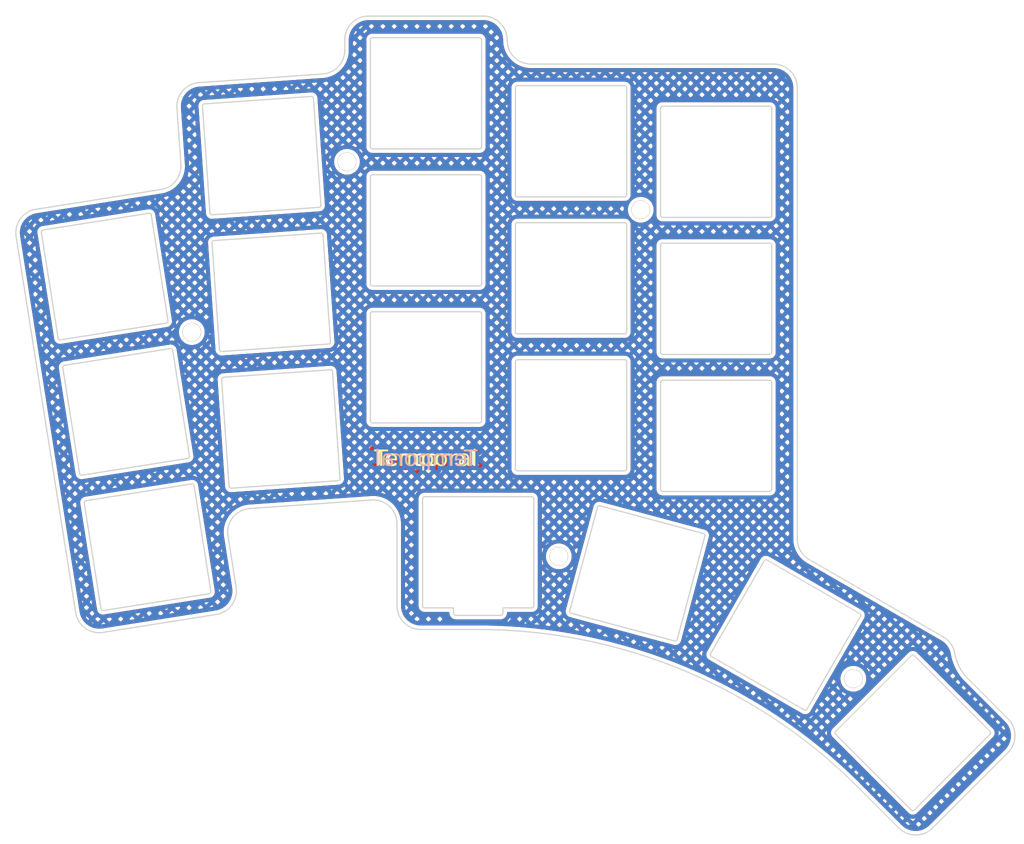
<source format=kicad_pcb>
(kicad_pcb (version 20241229) (generator "pcbnew") (generator_version "9.0")
  (title_block (title "top_plate_40") (date "2025-12-25") (rev "1") (company "Curtis Bollinger"))
  (layers (0 "F.Cu" signal) (2 "B.Cu" signal) (13 "F.Paste" user) (15 "B.Paste" user) (5 "F.SilkS" user "F.Silkscreen") (7 "B.SilkS" user "B.Silkscreen") (1 "F.Mask" user) (3 "B.Mask" user) (25 "Edge.Cuts" user))
  (net 0 "")
  (net 1 "GND")
  (footprint "ceoloide:mounting_hole_npth" (layer "F.Cu") (at 91.139872 40.635966)
    (property "Reference" "MH1" (hide yes))
    (property "Value" "")
    (pad "" np_thru_hole circle (at 0 0) (size 2.2 2.2) (drill 2.2) (layers "*.Cu" "*.Mask"))
  )
  (footprint "ceoloide:mounting_hole_npth" (layer "F.Cu") (at 71.888239 61.765191 9)
    (property "Reference" "MH5" (hide yes))
    (property "Value" "")
    (pad "" np_thru_hole circle (at 0 0 9) (size 2.2 2.2) (drill 2.2) (layers "*.Cu" "*.Mask"))
  )
  (footprint "ceoloide:mounting_hole_npth" (layer "F.Cu") (at 127.589872 46.585966)
    (property "Reference" "MH2" (hide yes))
    (property "Value" "")
    (pad "" np_thru_hole circle (at 0 0) (size 2.2 2.2) (drill 2.2) (layers "*.Cu" "*.Mask"))
  )
  (footprint "ceoloide:mounting_hole_npth" (layer "F.Cu") (at 153.966131 104.777683 -30)
    (property "Reference" "MH3" (hide yes))
    (property "Value" "")
    (pad "" np_thru_hole circle (at 0 0 330) (size 2.2 2.2) (drill 2.2) (layers "*.Cu" "*.Mask"))
  )
  (footprint "ceoloide:mounting_hole_npth" (layer "F.Cu") (at 117.419872 89.585966)
    (property "Reference" "MH4" (hide yes))
    (property "Value" "")
    (pad "" np_thru_hole circle (at 0 0) (size 2.2 2.2) (drill 2.2) (layers "*.Cu" "*.Mask"))
  )
  (gr_arc (start 53.221399 49.382881) (mid 53.26608 49.196849) (end 53.429212 49.096851) (stroke (width 0.15)) (layer "Edge.Cuts"))
  (gr_line (start 168.032417 104.617381) (end 173.157748 109.752029) (stroke (width 0.15)) (layer "Edge.Cuts"))
  (gr_circle (center 91.139872 40.635966) (end 92.239872 40.635966) (stroke (width 0.15)) (fill no) (layer "Edge.Cuts"))
  (gr_arc (start 125.589872 65.185966) (mid 125.766679 65.259177) (end 125.839872 65.435966) (stroke (width 0.15)) (layer "Edge.Cuts"))
  (gr_line (start 74.396702 50.674861) (end 75.324463 63.942463) (stroke (width 0.15)) (layer "Edge.Cuts"))
  (gr_line (start 143.589872 67.735966) (end 130.289872 67.735966) (stroke (width 0.15)) (layer "Edge.Cuts"))
  (gr_arc (start 89.082116 66.438859) (mid 89.263614 66.499552) (end 89.348946 66.670811) (stroke (width 0.15)) (layer "Edge.Cuts"))
  (gr_arc (start 100.294372 98.661466) (mid 98.208437 97.797419) (end 97.344372 95.711466) (stroke (width 0.15)) (layer "Edge.Cuts"))
  (gr_arc (start 87.904987 46.021235) (mid 87.844284 46.202704) (end 87.673035 46.288065) (stroke (width 0.15)) (layer "Edge.Cuts"))
  (gr_arc (start 113.965372 28.510466) (mid 111.879437 27.646419) (end 111.015372 25.560466) (stroke (width 0.15)) (layer "Edge.Cuts"))
  (gr_line (start 143.839872 47.285966) (end 143.839872 33.985966) (stroke (width 0.15)) (layer "Edge.Cuts"))
  (gr_arc (start 74.396702 50.674861) (mid 74.457406 50.493391) (end 74.628654 50.408031) (stroke (width 0.15)) (layer "Edge.Cuts"))
  (gr_arc (start 143.589872 67.735966) (mid 143.766679 67.809177) (end 143.839872 67.985966) (stroke (width 0.15)) (layer "Edge.Cuts"))
  (gr_arc (start 125.839872 78.735966) (mid 125.766659 78.912755) (end 125.589872 78.985966) (stroke (width 0.15)) (layer "Edge.Cuts"))
  (gr_arc (start 50.088827 49.903838) (mid 50.615928 47.708419) (end 52.541026 46.528675) (stroke (width 0.15)) (layer "Edge.Cuts"))
  (gr_line (start 112.289872 61.985966) (end 125.589872 61.985966) (stroke (width 0.15)) (layer "Edge.Cuts"))
  (gr_line (start 97.344372 85.540325) (end 97.344372 95.711466) (stroke (width 0.15)) (layer "Edge.Cuts"))
  (gr_arc (start 70.044786 33.962225) (mid 70.761189 31.821041) (end 72.781819 30.813629) (stroke (width 0.15)) (layer "Edge.Cuts"))
  (gr_arc (start 142.905301 90.135601) (mid 143.057102 90.019124) (end 143.246808 90.044095) (stroke (width 0.15)) (layer "Edge.Cuts"))
  (gr_arc (start 94.039872 25.485966) (mid 94.113106 25.309201) (end 94.289872 25.235966) (stroke (width 0.15)) (layer "Edge.Cuts"))
  (gr_arc (start 90.864372 26.798254) (mid 90.07188 28.810168) (end 88.120154 29.741068) (stroke (width 0.15)) (layer "Edge.Cuts"))
  (gr_arc (start 112.039872 65.435966) (mid 112.113106 65.259201) (end 112.289872 65.185966) (stroke (width 0.15)) (layer "Edge.Cuts"))
  (gr_arc (start 143.839872 47.285966) (mid 143.766659 47.462755) (end 143.589872 47.535966) (stroke (width 0.15)) (layer "Edge.Cuts"))
  (gr_arc (start 94.039872 59.485966) (mid 94.113106 59.309201) (end 94.289872 59.235966) (stroke (width 0.15)) (layer "Edge.Cuts"))
  (gr_arc (start 71.884239 80.597676) (mid 72.070264 80.642366) (end 72.17027 80.805489) (stroke (width 0.15)) (layer "Edge.Cuts"))
  (gr_line (start 104.669872 96.910966) (end 110.169872 96.910966) (stroke (width 0.15)) (layer "Edge.Cuts"))
  (gr_line (start 73.210842 33.716272) (end 74.138603 46.983874) (stroke (width 0.15)) (layer "Edge.Cuts"))
  (gr_arc (start 114.069872 82.185966) (mid 114.246679 82.259177) (end 114.319872 82.435966) (stroke (width 0.15)) (layer "Edge.Cuts"))
  (gr_line (start 58.540171 82.964285) (end 60.620749 96.10054) (stroke (width 0.15)) (layer "Edge.Cuts"))
  (gr_line (start 60.855675 99.025298) (end 74.931221 96.795951) (stroke (width 0.15)) (layer "Edge.Cuts"))
  (gr_line (start 143.839872 81.285966) (end 143.839872 67.985966) (stroke (width 0.15)) (layer "Edge.Cuts"))
  (gr_line (start 123.688441 100.687205) (end 125.562726 101.189418) (stroke (width 0.15)) (layer "Edge.Cuts"))
  (gr_arc (start 94.289872 56.035966) (mid 94.113125 55.962731) (end 94.039872 55.785966) (stroke (width 0.15)) (layer "Edge.Cuts"))
  (gr_arc (start 161.521347 121.065736) (mid 161.344571 121.138959) (end 161.167794 121.065736) (stroke (width 0.15)) (layer "Edge.Cuts"))
  (gr_line (start 100.294372 98.661466) (end 107.384887 98.661466) (stroke (width 0.15)) (layer "Edge.Cuts"))
  (gr_arc (start 154.764946 96.694095) (mid 154.881405 96.845899) (end 154.856452 97.035601) (stroke (width 0.15)) (layer "Edge.Cuts"))
  (gr_arc (start 112.039872 48.435966) (mid 112.113106 48.259201) (end 112.289872 48.185966) (stroke (width 0.15)) (layer "Edge.Cuts"))
  (gr_arc (start 148.490372 89.982067) (mid 147.41061 88.902288) (end 147.015372 87.427292) (stroke (width 0.15)) (layer "Edge.Cuts"))
  (gr_line (start 52.541026 46.528675) (end 68.05226 44.071937) (stroke (width 0.15)) (layer "Edge.Cuts"))
  (gr_line (start 125.839872 44.735966) (end 125.839872 31.435966) (stroke (width 0.15)) (layer "Edge.Cuts"))
  (gr_arc (start 74.250848 93.941744) (mid 74.206203 94.127835) (end 74.043035 94.227775) (stroke (width 0.15)) (layer "Edge.Cuts"))
  (gr_line (start 94.039872 25.485966) (end 94.039872 38.785966) (stroke (width 0.15)) (layer "Edge.Cuts"))
  (gr_arc (start 130.039872 33.985966) (mid 130.113106 33.809201) (end 130.289872 33.735966) (stroke (width 0.15)) (layer "Edge.Cuts"))
  (gr_line (start 50.088827 49.903838) (end 57.480512 96.573099) (stroke (width 0.15)) (layer "Edge.Cuts"))
  (gr_arc (start 58.540171 82.964285) (mid 58.584849 82.778243) (end 58.747984 82.678254) (stroke (width 0.15)) (layer "Edge.Cuts"))
  (gr_line (start 136.346808 101.995245) (end 147.864946 108.645245) (stroke (width 0.15)) (layer "Edge.Cuts"))
  (gr_line (start 132.106908 99.914226) (end 135.549201 87.067412) (stroke (width 0.15)) (layer "Edge.Cuts"))
  (gr_arc (start 125.589872 31.185966) (mid 125.766679 31.259177) (end 125.839872 31.435966) (stroke (width 0.15)) (layer "Edge.Cuts"))
  (gr_line (start 125.589872 65.185966) (end 112.289872 65.185966) (stroke (width 0.15)) (layer "Edge.Cuts"))
  (gr_arc (start 125.562726 101.189418) (mid 132.879259 103.732609) (end 139.851136 107.107871) (stroke (width 0.15)) (layer "Edge.Cuts"))
  (gr_arc (start 75.591293 64.174415) (mid 75.409861 64.113684) (end 75.324463 63.942463) (stroke (width 0.15)) (layer "Edge.Cuts"))
  (gr_line (start 125.839872 61.735966) (end 125.839872 48.435966) (stroke (width 0.15)) (layer "Edge.Cuts"))
  (gr_arc (start 167.875679 104.447544) (mid 166.986206 103.043917) (end 166.523384 101.447943) (stroke (width 0.15)) (layer "Edge.Cuts"))
  (gr_line (start 125.839872 78.735966) (end 125.839872 65.435966) (stroke (width 0.15)) (layer "Edge.Cuts"))
  (gr_line (start 89.090847 62.979824) (end 88.163086 49.712222) (stroke (width 0.15)) (layer "Edge.Cuts"))
  (gr_line (start 112.289872 44.985966) (end 125.589872 44.985966) (stroke (width 0.15)) (layer "Edge.Cuts"))
  (gr_line (start 94.289872 39.035966) (end 107.589872 39.035966) (stroke (width 0.15)) (layer "Edge.Cuts"))
  (gr_line (start 94.039872 42.485966) (end 94.039872 55.785966) (stroke (width 0.15)) (layer "Edge.Cuts"))
  (gr_line (start 53.221399 49.382882) (end 55.301977 62.519136) (stroke (width 0.15)) (layer "Edge.Cuts"))
  (gr_arc (start 75.582562 67.63345) (mid 75.643269 67.451975) (end 75.814514 67.36662) (stroke (width 0.15)) (layer "Edge.Cuts"))
  (gr_arc (start 60.90678 96.308353) (mid 60.720736 96.263673) (end 60.620749 96.10054) (stroke (width 0.15)) (layer "Edge.Cuts"))
  (gr_arc (start 125.839872 44.735966) (mid 125.766659 44.912755) (end 125.589872 44.985966) (stroke (width 0.15)) (layer "Edge.Cuts"))
  (gr_line (start 148.206452 108.553739) (end 154.856452 97.035601) (stroke (width 0.15)) (layer "Edge.Cuts"))
  (gr_arc (start 108.065372 22.560466) (mid 110.151367 23.424489) (end 111.015372 25.510466) (stroke (width 0.15)) (layer "Edge.Cuts"))
  (gr_line (start 142.905301 90.135601) (end 136.255301 101.653739) (stroke (width 0.15)) (layer "Edge.Cuts"))
  (gr_arc (start 73.210842 33.716272) (mid 73.271544 33.534807) (end 73.442794 33.449442) (stroke (width 0.15)) (layer "Edge.Cuts"))
  (gr_arc (start 100.519872 82.435966) (mid 100.593106 82.259201) (end 100.769872 82.185966) (stroke (width 0.15)) (layer "Edge.Cuts"))
  (gr_arc (start 107.839872 55.785966) (mid 107.766659 55.962755) (end 107.589872 56.035966) (stroke (width 0.15)) (layer "Edge.Cuts"))
  (gr_arc (start 118.953908 96.648709) (mid 118.802084 96.53223) (end 118.777132 96.342523) (stroke (width 0.15)) (layer "Edge.Cuts"))
  (gr_line (start 74.405433 47.215826) (end 87.673035 46.288065) (stroke (width 0.15)) (layer "Edge.Cuts"))
  (gr_line (start 107.589872 25.235966) (end 94.289872 25.235966) (stroke (width 0.15)) (layer "Edge.Cuts"))
  (gr_arc (start 58.247394 79.517652) (mid 58.061341 79.472979) (end 57.961363 79.309838) (stroke (width 0.15)) (layer "Edge.Cuts"))
  (gr_line (start 87.896256 49.48027) (end 74.628654 50.408031) (stroke (width 0.15)) (layer "Edge.Cuts"))
  (gr_line (start 100.519872 82.435966) (end 100.519872 95.735966) (stroke (width 0.15)) (layer "Edge.Cuts"))
  (gr_arc (start 144.065372 28.510466) (mid 146.151367 29.374489) (end 147.015372 31.460466) (stroke (width 0.15)) (layer "Edge.Cuts"))
  (gr_arc (start 107.589872 25.235966) (mid 107.766679 25.309177) (end 107.839872 25.485966) (stroke (width 0.15)) (layer "Edge.Cuts"))
  (gr_line (start 55.588008 62.72695) (end 68.724263 60.646371) (stroke (width 0.15)) (layer "Edge.Cuts"))
  (gr_arc (start 107.839872 38.785966) (mid 107.766659 38.962755) (end 107.589872 39.035966) (stroke (width 0.15)) (layer "Edge.Cuts"))
  (gr_arc (start 94.289872 39.035966) (mid 94.113125 38.962731) (end 94.039872 38.785966) (stroke (width 0.15)) (layer "Edge.Cuts"))
  (gr_line (start 112.039872 65.435966) (end 112.039872 78.735966) (stroke (width 0.15)) (layer "Edge.Cuts"))
  (gr_arc (start 136.346808 101.995245) (mid 136.230297 101.84344) (end 136.255301 101.653739) (stroke (width 0.15)) (layer "Edge.Cuts"))
  (gr_arc (start 112.289872 61.985966) (mid 112.113125 61.912731) (end 112.039872 61.735966) (stroke (width 0.15)) (layer "Edge.Cuts"))
  (gr_arc (start 69.224853 63.806974) (mid 69.410933 63.851624) (end 69.510884 64.014788) (stroke (width 0.15)) (layer "Edge.Cuts"))
  (gr_line (start 60.90678 96.308353) (end 74.043035 94.227775) (stroke (width 0.15)) (layer "Edge.Cuts"))
  (gr_line (start 58.247394 79.517652) (end 71.383649 77.437073) (stroke (width 0.15)) (layer "Edge.Cuts"))
  (gr_line (start 87.904987 46.021235) (end 86.977226 32.753633) (stroke (width 0.15)) (layer "Edge.Cuts"))
  (gr_line (start 154.764946 96.694095) (end 143.246808 90.044095) (stroke (width 0.15)) (layer "Edge.Cuts"))
  (gr_line (start 89.082116 66.438859) (end 75.814514 67.36662) (stroke (width 0.15)) (layer "Edge.Cuts"))
  (gr_line (start 143.589872 33.735966) (end 130.289872 33.735966) (stroke (width 0.15)) (layer "Edge.Cuts"))
  (gr_arc (start 74.405433 47.215826) (mid 74.223972 47.155112) (end 74.138603 46.983874) (stroke (width 0.15)) (layer "Edge.Cuts"))
  (gr_line (start 111.015372 25.560466) (end 111.015372 25.510466) (stroke (width 0.15)) (layer "Edge.Cuts"))
  (gr_line (start 94.289872 56.035966) (end 107.589872 56.035966) (stroke (width 0.15)) (layer "Edge.Cuts"))
  (gr_arc (start 66.565467 47.016272) (mid 66.751539 47.060928) (end 66.851498 47.224086) (stroke (width 0.15)) (layer "Edge.Cuts"))
  (gr_line (start 130.289872 47.535966) (end 143.589872 47.535966) (stroke (width 0.15)) (layer "Edge.Cuts"))
  (gr_line (start 94.289872 73.035966) (end 107.589872 73.035966) (stroke (width 0.15)) (layer "Edge.Cuts"))
  (gr_line (start 70.044786 33.962224) (end 70.533592 40.952475) (stroke (width 0.15)) (layer "Edge.Cuts"))
  (gr_line (start 75.582562 67.63345) (end 76.510323 80.901052) (stroke (width 0.15)) (layer "Edge.Cuts"))
  (gr_arc (start 94.18859 82.597511) (mid 96.406278 83.382822) (end 97.344372 85.540325) (stroke (width 0.15)) (layer "Edge.Cuts"))
  (gr_line (start 130.039872 33.985966) (end 130.039872 47.285966) (stroke (width 0.15)) (layer "Edge.Cuts"))
  (gr_arc (start 107.839872 72.785966) (mid 107.766659 72.962755) (end 107.589872 73.035966) (stroke (width 0.15)) (layer "Edge.Cuts"))
  (gr_arc (start 143.589872 33.735966) (mid 143.766679 33.809177) (end 143.839872 33.985966) (stroke (width 0.15)) (layer "Edge.Cuts"))
  (gr_arc (start 125.839872 61.735966) (mid 125.766659 61.912755) (end 125.589872 61.985966) (stroke (width 0.15)) (layer "Edge.Cuts"))
  (gr_line (start 130.039872 50.985966) (end 130.039872 64.285966) (stroke (width 0.15)) (layer "Edge.Cuts"))
  (gr_line (start 55.880785 66.173583) (end 57.961363 79.309838) (stroke (width 0.15)) (layer "Edge.Cuts"))
  (gr_line (start 107.589872 59.235966) (end 94.289872 59.235966) (stroke (width 0.15)) (layer "Edge.Cuts"))
  (gr_line (start 107.839872 38.785966) (end 107.839872 25.485966) (stroke (width 0.15)) (layer "Edge.Cuts"))
  (gr_line (start 125.589872 31.185966) (end 112.289872 31.185966) (stroke (width 0.15)) (layer "Edge.Cuts"))
  (gr_line (start 90.864372 26.798254) (end 90.864372 25.510466) (stroke (width 0.15)) (layer "Edge.Cuts"))
  (gr_circle (center 117.419872 89.585966) (end 118.519872 89.585966) (stroke (width 0.15)) (fill no) (layer "Edge.Cuts"))
  (gr_arc (start 168.032417 104.617382) (mid 167.952384 104.533999) (end 167.875679 104.447544) (stroke (width 0.15)) (layer "Edge.Cuts"))
  (gr_arc (start 141.531574 108.078072) (mid 148.324368 112.724983) (end 154.492341 118.174012) (stroke (width 0.15)) (layer "Edge.Cuts"))
  (gr_arc (start 104.669872 96.910966) (mid 104.440092 96.815764) (end 104.344872 96.585966) (stroke (width 0.15)) (layer "Edge.Cuts"))
  (gr_line (start 74.250848 93.941744) (end 72.17027 80.805489) (stroke (width 0.15)) (layer "Edge.Cuts"))
  (gr_arc (start 151.763273 111.661216) (mid 151.690037 111.484428) (end 151.763273 111.307662) (stroke (width 0.15)) (layer "Edge.Cuts"))
  (gr_arc (start 163.784089 123.29383) (mid 161.698124 124.157865) (end 159.612159 123.29383) (stroke (width 0.15)) (layer "Edge.Cuts"))
  (gr_arc (start 107.589872 59.235966) (mid 107.766679 59.309177) (end 107.839872 59.485966) (stroke (width 0.15)) (layer "Edge.Cuts"))
  (gr_circle (center 127.589872 46.585966) (end 128.689872 46.585966) (stroke (width 0.15)) (fill no) (layer "Edge.Cuts"))
  (gr_line (start 154.492341 118.174012) (end 159.612159 123.29383) (stroke (width 0.15)) (layer "Edge.Cuts"))
  (gr_line (start 71.884239 80.597676) (end 58.747984 82.678254) (stroke (width 0.15)) (layer "Edge.Cuts"))
  (gr_arc (start 130.039872 67.985966) (mid 130.113106 67.809201) (end 130.289872 67.735966) (stroke (width 0.15)) (layer "Edge.Cuts"))
  (gr_line (start 90.276707 79.938413) (end 89.348946 66.670811) (stroke (width 0.15)) (layer "Edge.Cuts"))
  (gr_line (start 170.925867 111.307662) (end 161.521347 101.903142) (stroke (width 0.15)) (layer "Edge.Cuts"))
  (gr_arc (start 170.925867 111.307662) (mid 170.999066 111.484428) (end 170.925867 111.661216) (stroke (width 0.15)) (layer "Edge.Cuts"))
  (gr_line (start 112.289872 78.985966) (end 125.589872 78.985966) (stroke (width 0.15)) (layer "Edge.Cuts"))
  (gr_line (start 161.167794 101.903142) (end 151.763273 111.307662) (stroke (width 0.15)) (layer "Edge.Cuts"))
  (gr_line (start 79.083561 83.653758) (end 94.18859 82.597511) (stroke (width 0.15)) (layer "Edge.Cuts"))
  (gr_arc (start 125.589872 48.185966) (mid 125.766679 48.259177) (end 125.839872 48.435966) (stroke (width 0.15)) (layer "Edge.Cuts"))
  (gr_line (start 110.494872 95.985966) (end 114.069872 95.985966) (stroke (width 0.15)) (layer "Edge.Cuts"))
  (gr_arc (start 71.591462 77.151043) (mid 71.546818 77.337138) (end 71.383649 77.437073) (stroke (width 0.15)) (layer "Edge.Cuts"))
  (gr_line (start 77.38342 93.420788) (end 76.375662 87.058053) (stroke (width 0.15)) (layer "Edge.Cuts"))
  (gr_arc (start 87.896256 49.48027) (mid 88.077725 49.540979) (end 88.163086 49.712222) (stroke (width 0.15)) (layer "Edge.Cuts"))
  (gr_arc (start 76.375662 87.058053) (mid 76.980663 84.760185) (end 79.083561 83.653758) (stroke (width 0.15)) (layer "Edge.Cuts"))
  (gr_line (start 94.039872 59.485966) (end 94.039872 72.785966) (stroke (width 0.15)) (layer "Edge.Cuts"))
  (gr_line (start 130.289872 64.535966) (end 143.589872 64.535966) (stroke (width 0.15)) (layer "Edge.Cuts"))
  (gr_line (start 86.710396 32.521681) (end 73.442794 33.449442) (stroke (width 0.15)) (layer "Edge.Cuts"))
  (gr_arc (start 89.090847 62.979824) (mid 89.030146 63.161288) (end 88.858895 63.246654) (stroke (width 0.15)) (layer "Edge.Cuts"))
  (gr_line (start 148.490372 89.982067) (end 165.131876 99.590044) (stroke (width 0.15)) (layer "Edge.Cuts"))
  (gr_line (start 68.932076 60.360341) (end 66.851498 47.224086) (stroke (width 0.15)) (layer "Edge.Cuts"))
  (gr_line (start 107.589872 42.235966) (end 94.289872 42.235966) (stroke (width 0.15)) (layer "Edge.Cuts"))
  (gr_arc (start 86.710396 32.521681) (mid 86.891836 32.582407) (end 86.977226 32.753633) (stroke (width 0.15)) (layer "Edge.Cuts"))
  (gr_arc (start 114.319872 95.735966) (mid 114.246659 95.912755) (end 114.069872 95.985966) (stroke (width 0.15)) (layer "Edge.Cuts"))
  (gr_line (start 107.839872 72.785966) (end 107.839872 59.485966) (stroke (width 0.15)) (layer "Edge.Cuts"))
  (gr_line (start 135.372424 86.761226) (end 122.525611 83.318933) (stroke (width 0.15)) (layer "Edge.Cuts"))
  (gr_arc (start 55.880785 66.173583) (mid 55.925465 65.987546) (end 56.088598 65.887553) (stroke (width 0.15)) (layer "Edge.Cuts"))
  (gr_arc (start 135.372425 86.761226) (mid 135.524211 86.877712) (end 135.549201 87.067413) (stroke (width 0.15)) (layer "Edge.Cuts"))
  (gr_arc (start 132.106908 99.914226) (mid 131.990423 100.066029) (end 131.800722 100.091003) (stroke (width 0.15)) (layer "Edge.Cuts"))
  (gr_line (start 151.763273 111.661216) (end 161.167794 121.065736) (stroke (width 0.15)) (layer "Edge.Cuts"))
  (gr_arc (start 94.039872 42.485966) (mid 94.113106 42.309201) (end 94.289872 42.235966) (stroke (width 0.15)) (layer "Edge.Cuts"))
  (gr_arc (start 173.157748 109.752029) (mid 174.019893 111.837439) (end 173.155854 113.922064) (stroke (width 0.15)) (layer "Edge.Cuts"))
  (gr_line (start 113.965372 28.510466) (end 144.065372 28.510466) (stroke (width 0.15)) (layer "Edge.Cuts"))
  (gr_line (start 130.039872 67.985966) (end 130.039872 81.285966) (stroke (width 0.15)) (layer "Edge.Cuts"))
  (gr_line (start 100.769872 95.985966) (end 104.344872 95.985966) (stroke (width 0.15)) (layer "Edge.Cuts"))
  (gr_line (start 118.953908 96.648709) (end 131.800722 100.091003) (stroke (width 0.15)) (layer "Edge.Cuts"))
  (gr_line (start 66.565467 47.016272) (end 53.429212 49.096851) (stroke (width 0.15)) (layer "Edge.Cuts"))
  (gr_line (start 107.839872 55.785966) (end 107.839872 42.485966) (stroke (width 0.15)) (layer "Edge.Cuts"))
  (gr_line (start 69.224853 63.806974) (end 56.088598 65.887553) (stroke (width 0.15)) (layer "Edge.Cuts"))
  (gr_line (start 72.781819 30.813629) (end 88.120154 29.741068) (stroke (width 0.15)) (layer "Edge.Cuts"))
  (gr_arc (start 143.589872 50.735966) (mid 143.766679 50.809177) (end 143.839872 50.985966) (stroke (width 0.15)) (layer "Edge.Cuts"))
  (gr_arc (start 148.206452 108.553739) (mid 148.054643 108.670232) (end 147.864946 108.645245) (stroke (width 0.15)) (layer "Edge.Cuts"))
  (gr_arc (start 90.276707 79.938413) (mid 90.216014 80.119903) (end 90.044755 80.205243) (stroke (width 0.15)) (layer "Edge.Cuts"))
  (gr_arc (start 143.839872 64.285966) (mid 143.766659 64.462755) (end 143.589872 64.535966) (stroke (width 0.15)) (layer "Edge.Cuts"))
  (gr_arc (start 90.864372 25.510466) (mid 91.728417 23.424513) (end 93.814372 22.560466) (stroke (width 0.15)) (layer "Edge.Cuts"))
  (gr_line (start 130.289872 81.535966) (end 143.589872 81.535966) (stroke (width 0.15)) (layer "Edge.Cuts"))
  (gr_line (start 71.591462 77.151042) (end 69.510884 64.014788) (stroke (width 0.15)) (layer "Edge.Cuts"))
  (gr_arc (start 107.384887 98.661466) (mid 115.599348 99.169839) (end 123.688441 100.687205) (stroke (width 0.15)) (layer "Edge.Cuts"))
  (gr_arc (start 77.38342 93.420788) (mid 76.856355 95.616265) (end 74.931221 96.795951) (stroke (width 0.15)) (layer "Edge.Cuts"))
  (gr_arc (start 94.289872 73.035966) (mid 94.113125 72.962731) (end 94.039872 72.785966) (stroke (width 0.15)) (layer "Edge.Cuts"))
  (gr_arc (start 107.589872 42.235966) (mid 107.766679 42.309177) (end 107.839872 42.485966) (stroke (width 0.15)) (layer "Edge.Cuts"))
  (gr_arc (start 122.219425 83.49571) (mid 122.335904 83.343903) (end 122.525611 83.318933) (stroke (width 0.15)) (layer "Edge.Cuts"))
  (gr_arc (start 100.769872 95.985966) (mid 100.593125 95.912731) (end 100.519872 95.735966) (stroke (width 0.15)) (layer "Edge.Cuts"))
  (gr_line (start 139.851136 107.107871) (end 141.531574 108.078073) (stroke (width 0.15)) (layer "Edge.Cuts"))
  (gr_arc (start 161.167794 101.903142) (mid 161.344571 101.829919) (end 161.521347 101.903142) (stroke (width 0.15)) (layer "Edge.Cuts"))
  (gr_arc (start 130.289872 47.535966) (mid 130.113125 47.462731) (end 130.039872 47.285966) (stroke (width 0.15)) (layer "Edge.Cuts"))
  (gr_line (start 143.589872 50.735966) (end 130.289872 50.735966) (stroke (width 0.15)) (layer "Edge.Cuts"))
  (gr_line (start 76.777153 81.133004) (end 90.044755 80.205243) (stroke (width 0.15)) (layer "Edge.Cuts"))
  (gr_circle (center 71.888239 61.765191) (end 72.988239 61.765191) (stroke (width 0.15)) (fill no) (layer "Edge.Cuts"))
  (gr_line (start 143.839872 64.285966) (end 143.839872 50.985966) (stroke (width 0.15)) (layer "Edge.Cuts"))
  (gr_line (start 125.589872 48.185966) (end 112.289872 48.185966) (stroke (width 0.15)) (layer "Edge.Cuts"))
  (gr_arc (start 130.289872 81.535966) (mid 130.113125 81.462731) (end 130.039872 81.285966) (stroke (width 0.15)) (layer "Edge.Cuts"))
  (gr_arc (start 130.289872 64.535966) (mid 130.113125 64.462731) (end 130.039872 64.285966) (stroke (width 0.15)) (layer "Edge.Cuts"))
  (gr_arc (start 130.039872 50.985966) (mid 130.113106 50.809201) (end 130.289872 50.735966) (stroke (width 0.15)) (layer "Edge.Cuts"))
  (gr_arc (start 55.588008 62.72695) (mid 55.401946 62.682283) (end 55.301977 62.519136) (stroke (width 0.15)) (layer "Edge.Cuts"))
  (gr_line (start 104.344872 95.985966) (end 104.344872 96.585966) (stroke (width 0.15)) (layer "Edge.Cuts"))
  (gr_arc (start 70.533592 40.952475) (mid 69.899489 42.994695) (end 68.05226 44.071937) (stroke (width 0.15)) (layer "Edge.Cuts"))
  (gr_line (start 110.494872 96.585966) (end 110.494872 95.985966) (stroke (width 0.15)) (layer "Edge.Cuts"))
  (gr_arc (start 110.494872 96.585966) (mid 110.399692 96.815788) (end 110.169872 96.910966) (stroke (width 0.15)) (layer "Edge.Cuts"))
  (gr_arc (start 112.289872 44.985966) (mid 112.113125 44.912731) (end 112.039872 44.735966) (stroke (width 0.15)) (layer "Edge.Cuts"))
  (gr_line (start 163.784089 123.29383) (end 173.155854 113.922064) (stroke (width 0.15)) (layer "Edge.Cuts"))
  (gr_line (start 108.065372 22.560466) (end 93.814372 22.560466) (stroke (width 0.15)) (layer "Edge.Cuts"))
  (gr_circle (center 153.966131 104.777683) (end 155.066131 104.777683) (stroke (width 0.15)) (fill no) (layer "Edge.Cuts"))
  (gr_arc (start 112.039872 31.435966) (mid 112.113106 31.259201) (end 112.289872 31.185966) (stroke (width 0.15)) (layer "Edge.Cuts"))
  (gr_arc (start 165.131877 99.590044) (mid 166.018047 100.376377) (end 166.523384 101.447943) (stroke (width 0.15)) (layer "Edge.Cuts"))
  (gr_line (start 114.069872 82.185966) (end 100.769872 82.185966) (stroke (width 0.15)) (layer "Edge.Cuts"))
  (gr_line (start 75.591293 64.174415) (end 88.858895 63.246654) (stroke (width 0.15)) (layer "Edge.Cuts"))
  (gr_arc (start 143.839872 81.285966) (mid 143.766659 81.462755) (end 143.589872 81.535966) (stroke (width 0.15)) (layer "Edge.Cuts"))
  (gr_line (start 161.521347 121.065736) (end 170.925867 111.661216) (stroke (width 0.15)) (layer "Edge.Cuts"))
  (gr_arc (start 76.777153 81.133004) (mid 76.595686 81.072297) (end 76.510323 80.901052) (stroke (width 0.15)) (layer "Edge.Cuts"))
  (gr_line (start 112.039872 48.435966) (end 112.039872 61.735966) (stroke (width 0.15)) (layer "Edge.Cuts"))
  (gr_line (start 122.219425 83.49571) (end 118.777132 96.342523) (stroke (width 0.15)) (layer "Edge.Cuts"))
  (gr_line (start 112.039872 31.435966) (end 112.039872 44.735966) (stroke (width 0.15)) (layer "Edge.Cuts"))
  (gr_arc (start 112.289872 78.985966) (mid 112.113125 78.912731) (end 112.039872 78.735966) (stroke (width 0.15)) (layer "Edge.Cuts"))
  (gr_line (start 114.319872 95.735966) (end 114.319872 82.435966) (stroke (width 0.15)) (layer "Edge.Cuts"))
  (gr_arc (start 68.932076 60.360341) (mid 68.88743 60.546416) (end 68.724263 60.646371) (stroke (width 0.15)) (layer "Edge.Cuts"))
  (gr_line (start 147.015372 87.427292) (end 147.015372 31.460466) (stroke (width 0.15)) (layer "Edge.Cuts"))
  (gr_arc (start 60.855675 99.025298) (mid 58.660227 98.498215) (end 57.480512 96.573099) (stroke (width 0.15)) (layer "Edge.Cuts"))
  (gr_text "Temporal" (at 100.939872 77.535966 0) (layer "F.SilkS") (effects (font (size 2 2))))
  (gr_text "Temporal" (at 100.939872 77.535966 0) (layer "B.SilkS") (effects (font (size 2 2)) (justify mirror)))
  (zone (net 1) (net_name "GND") (layer "F.Cu") (connect_pads (clearance 0.2)) (min_thickness 0.2) (fill yes (mode hatch) (thermal_gap 0.254) (thermal_bridge_width 0.4) (smoothing fillet) (radius 0.5) (hatch_thickness 0.5) (hatch_gap 0.5) (hatch_orientation 45) (hatch_smoothing_level 1) (hatch_smoothing_value 0.1) (hatch_border_algorithm hatch_thickness) (hatch_min_hole_area 0.3))
    (polygon (pts (xy 48.088827 20.560466) (xy 175.157748 20.560466) (xy 175.157748 125.29383) (xy 48.088827 125.29383)))
  )
  (zone (net 0) (net_name "") (layer "F.Cu") (name "TEXT_Temporal_0") (connect_pads (clearance 0)) (min_thickness 0.25)
    (keepout (tracks allowed) (vias allowed) (pads allowed) (copperpour not_allowed) (footprints allowed))
    (fill (thermal_gap 0.5) (thermal_bridge_width 0.5))
    (polygon (pts (xy 100.309788 76.80307) (xy 100.399119 76.825575) (xy 100.472757 76.860819) (xy 100.567508 76.936989) (xy 100.637866 77.032888) (xy 100.686565 77.144657) (xy 100.717611 77.274811) (xy 100.73334 77.411119) (xy 100.738616 77.550194) (xy 100.732694 77.698419) (xy 100.714802 77.848171) (xy 100.680603 77.992254) (xy 100.627974 78.118059) (xy 100.580353 78.193403) (xy 100.521884 78.258409) (xy 100.451753 78.313942) (xy 100.372807 78.354391) (xy 100.276644 78.380163) (xy 100.159272 78.389413) (xy 100.063332 78.379852) (xy 99.981282 78.352486) (xy 99.910266 78.307836) (xy 99.851234 78.248119) (xy 99.80965 78.179359) (xy 99.784359 78.099741) (xy 99.784359 78.750892) (xy 99.774302 78.819771) (xy 99.748211 78.862145) (xy 99.705711 78.887761) (xy 99.640134 78.897438) (xy 99.574425 78.887816) (xy 99.531934 78.862389) (xy 99.505923 78.82019) (xy 99.495908 78.751747) (xy 99.495908 77.692588) (xy 99.784359 77.692588) (xy 99.790179 77.762127) (xy 99.808173 77.834737) (xy 99.836669 77.904678) (xy 99.874118 77.968582) (xy 99.921372 78.024442) (xy 99.978166 78.068966) (xy 100.042778 78.098278) (xy 100.112988 78.108045) (xy 100.217586 78.095175) (xy 100.291407 78.060662) (xy 100.34972 78.006063) (xy 100.393989 77.935243) (xy 100.423449 77.853623) (xy 100.440273 77.759511) (xy 100.450165 77.561552) (xy 100.437464 77.374706) (xy 100.419055 77.289215) (xy 100.39118 77.218635) (xy 100.350761 77.158596) (xy 100.29849 77.114099) (xy 100.234485 77.08633) (xy 100.152311 77.076363) (xy 100.080742 77.083679) (xy 100.011871 77.105672) (xy 99.948355 77.140077) (xy 99.893902 77.18383) (xy 99.848621 77.236367) (xy 99.81379 77.29667) (xy 99.791696 77.362283) (xy 99.784359 77.430515) (xy 99.784359 77.692588) (xy 99.495908 77.692588) (xy 99.495908 77.430515) (xy 99.495908 76.940808) (xy 99.505415 76.874438) (xy 99.530469 76.83151) (xy 99.572338 76.805121) (xy 99.640134 76.794996) (xy 99.705581 76.804993) (xy 99.748211 76.831632) (xy 99.774461 76.874744) (xy 99.784359 76.941175) (xy 99.784359 77.109825) (xy 99.812666 77.042041) (xy 99.845908 76.981963) (xy 99.886055 76.928255) (xy 99.932614 76.883656) (xy 99.986253 76.847389) (xy 100.048752 76.818931) (xy 100.117726 76.801309) (xy 100.201282 76.794996)))
  )
  (zone (net 0) (net_name "") (layer "F.Cu") (name "TEXT_Temporal_6") (connect_pads (clearance 0)) (min_thickness 0.25)
    (keepout (tracks allowed) (vias allowed) (pads allowed) (copperpour not_allowed) (footprints allowed))
    (fill (thermal_gap 0.5) (thermal_bridge_width 0.5))
    (polygon (pts (xy 106.698603 76.326105) (xy 106.759218 76.347329) (xy 106.804021 76.380027) (xy 106.836488 76.425113) (xy 106.857607 76.486199) (xy 106.865448 76.568338) (xy 106.865448 77.711395) (xy 106.873238 77.84819) (xy 106.893566 77.946853) (xy 106.922845 78.01621) (xy 106.96796 78.072258) (xy 107.023269 78.104658) (xy 107.092227 78.115861) (xy 107.192977 78.107434) (xy 107.243791 78.094666) (xy 107.302276 78.07092) (xy 107.36482 78.051641) (xy 107.412796 78.056876) (xy 107.454234 78.082671) (xy 107.492663 78.132591) (xy 107.516887 78.194118) (xy 107.515011 78.24531) (xy 107.491372 78.289324) (xy 107.445036 78.323956) (xy 107.353086 78.363131) (xy 107.257457 78.384528) (xy 107.041913 78.397229) (xy 106.938944 78.387489) (xy 106.848595 78.359371) (xy 106.768891 78.311578) (xy 106.701561 78.242867) (xy 106.649719 78.156656) (xy 106.609115 78.043565) (xy 106.585637 77.91697) (xy 106.576997 77.75719) (xy 106.576997 76.707434) (xy 106.568281 76.651381) (xy 106.545001 76.614866) (xy 106.507754 76.592361) (xy 106.451944 76.58397) (xy 106.273891 76.58397) (xy 106.215673 76.574806) (xy 106.176561 76.55002) (xy 106.152254 76.510332) (xy 106.143221 76.451102) (xy 106.152283 76.391883) (xy 106.176683 76.352183) (xy 106.215912 76.327397) (xy 106.274258 76.318233) (xy 106.617175 76.318233)))
  )
  (zone (net 0) (net_name "") (layer "F.Cu") (name "TEXT_Temporal_5") (connect_pads (clearance 0)) (min_thickness 0.25)
    (keepout (tracks allowed) (vias allowed) (pads allowed) (copperpour not_allowed) (footprints allowed))
    (fill (thermal_gap 0.5) (thermal_bridge_width 0.5))
    (polygon (pts (xy 105.672731 76.804407) (xy 105.708713 76.827358) (xy 105.726201 76.866017) (xy 105.725444 76.932748) (xy 105.686243 77.253195) (xy 105.672321 77.572298) (xy 105.677826 77.734771) (xy 105.69467 77.90398) (xy 105.721432 78.075757) (xy 105.759028 78.262284) (xy 105.763596 78.324864) (xy 105.750601 78.363523) (xy 105.719537 78.387394) (xy 105.656201 78.397229) (xy 105.589194 78.388225) (xy 105.540064 78.363523) (xy 105.504457 78.322683) (xy 105.4823 78.262162) (xy 105.435528 78.031597) (xy 105.399136 78.118914) (xy 105.352333 78.198706) (xy 105.296802 78.265714) (xy 105.232196 78.321269) (xy 105.15867 78.362498) (xy 105.072322 78.388172) (xy 104.970123 78.397229) (xy 104.8714 78.388336) (xy 104.779369 78.362058) (xy 104.696164 78.316456) (xy 104.623665 78.24824) (xy 104.565899 78.160946) (xy 104.517175 78.043076) (xy 104.487589 77.908649) (xy 104.477552 77.747787) (xy 104.764959 77.747787) (xy 104.772538 77.861092) (xy 104.793083 77.94935) (xy 104.824188 78.017553) (xy 104.870671 78.071999) (xy 104.930316 78.104397) (xy 105.007492 78.115861) (xy 105.08622 78.105297) (xy 105.158312 78.073729) (xy 105.222036 78.023521) (xy 105.279579 77.952829) (xy 105.325152 77.868463) (xy 105.3614 77.763296) (xy 105.383177 77.648182) (xy 105.390954 77.511848) (xy 105.385214 77.364326) (xy 105.37546 77.289216) (xy 105.358469 77.223886) (xy 105.330746 77.165619) (xy 105.290814 77.118617) (xy 105.237401 77.08777) (xy 105.159778 77.076363) (xy 105.078561 77.089171) (xy 105.001753 77.128387) (xy 104.934876 77.188495) (xy 104.876212 77.27017) (xy 104.830775 77.365749) (xy 104.794512 77.48376) (xy 104.772531 77.60993) (xy 104.764959 77.747787) (xy 104.477552 77.747787) (xy 104.476508 77.731056) (xy 104.486916 77.540589) (xy 104.517175 77.365669) (xy 104.568893 77.202305) (xy 104.637709 77.067693) (xy 104.696352 76.988541) (xy 104.763494 76.922387) (xy 104.839697 76.868146) (xy 104.92374 76.828047) (xy 105.016988 76.803483) (xy 105.121432 76.794996) (xy 105.208761 76.803282) (xy 105.278553 76.826286) (xy 105.334533 76.862651) (xy 105.390359 76.924048) (xy 105.435528 76.997595) (xy 105.443954 76.932871) (xy 105.464021 76.865419) (xy 105.4961 76.826014) (xy 105.541771 76.803313) (xy 105.604666 76.794996)))
  )
  (zone (net 0) (net_name "") (layer "F.Cu") (name "TEXT_Temporal_7") (connect_pads (clearance 0)) (min_thickness 0.25)
    (keepout (tracks allowed) (vias allowed) (pads allowed) (copperpour not_allowed) (footprints allowed))
    (fill (thermal_gap 0.5) (thermal_bridge_width 0.5))
    (polygon (pts (xy 95.066686 78.389413) (xy 95.001108 78.379469) (xy 94.958487 78.353021) (xy 94.93233 78.30992) (xy 94.922461 78.243478) (xy 94.922461 76.599601) (xy 94.514453 76.599601) (xy 94.455531 76.589646) (xy 94.41236 76.561621) (xy 94.38453 76.518219) (xy 94.374624 76.458917) (xy 94.384219 76.3995) (xy 94.411016 76.356213) (xy 94.45358 76.328353) (xy 94.514942 76.318233) (xy 95.625514 76.318233) (xy 95.686769 76.328349) (xy 95.729317 76.356213) (xy 95.756208 76.39951) (xy 95.765831 76.458917) (xy 95.755786 76.518167) (xy 95.727485 76.561621) (xy 95.683811 76.589634) (xy 95.624171 76.599601) (xy 95.210912 76.599601) (xy 95.210912 78.243478) (xy 95.201043 78.30992) (xy 95.174886 78.353021) (xy 95.132264 78.379469)))
  )
  (zone (net 0) (net_name "") (layer "F.Cu") (name "TEXT_Temporal_2") (connect_pads (clearance 0)) (min_thickness 0.25)
    (keepout (tracks allowed) (vias allowed) (pads allowed) (copperpour not_allowed) (footprints allowed))
    (fill (thermal_gap 0.5) (thermal_bridge_width 0.5))
    (polygon (pts (xy 99.038271 78.387017) (xy 98.979212 78.397229) (xy 98.919799 78.387063) (xy 98.874066 78.357905) (xy 98.844253 78.312381) (xy 98.833522 78.248118) (xy 98.833522 77.230603) (xy 98.826045 77.16288) (xy 98.804212 77.102741) (xy 98.779852 77.071487) (xy 98.744443 77.052212) (xy 98.693937 77.0451) (xy 98.64709 77.051911) (xy 98.61334 77.070624) (xy 98.589279 77.101398) (xy 98.567484 77.160284) (xy 98.55997 77.227794) (xy 98.55997 78.262284) (xy 98.549718 78.320899) (xy 98.521135 78.362058) (xy 98.478607 78.388309) (xy 98.427101 78.397229) (xy 98.375575 78.388313) (xy 98.332946 78.362058) (xy 98.304457 78.32091) (xy 98.294233 78.262284) (xy 98.294233 77.230603) (xy 98.286935 77.16284) (xy 98.265657 77.102741) (xy 98.241731 77.071614) (xy 98.20615 77.052286) (xy 98.154526 77.0451) (xy 98.104478 77.051863) (xy 98.068688 77.070254) (xy 98.043396 77.099933) (xy 98.020236 77.158152) (xy 98.012133 77.227794) (xy 98.012133 78.248118) (xy 98.001712 78.312501) (xy 97.972932 78.357905) (xy 97.928814 78.387134) (xy 97.872182 78.397229) (xy 97.812541 78.387108) (xy 97.765692 78.357905) (xy 97.734745 78.312267) (xy 97.723682 78.24824) (xy 97.723682 76.921513) (xy 97.734295 76.865986) (xy 97.764226 76.827358) (xy 97.808657 76.803344) (xy 97.863755 76.794996) (xy 97.92095 76.803488) (xy 97.964506 76.827358) (xy 97.993392 76.865862) (xy 98.003706 76.921513) (xy 98.003706 77.008586) (xy 98.040421 76.918211) (xy 98.089436 76.852637) (xy 98.13154 76.822033) (xy 98.18773 76.802281) (xy 98.26236 76.794996) (xy 98.340379 76.802924) (xy 98.40193 76.824889) (xy 98.450671 76.85972) (xy 98.505292 76.93008) (xy 98.532248 77.008586) (xy 98.564289 76.925858) (xy 98.621641 76.856911) (xy 98.671753 76.823805) (xy 98.735677 76.802674) (xy 98.817279 76.794996) (xy 98.896897 76.802891) (xy 98.958452 76.824549) (xy 99.010858 76.859734) (xy 99.053462 76.906126) (xy 99.085243 76.961857) (xy 99.106585 77.02837) (xy 99.118004 77.100206) (xy 99.121972 77.180044) (xy 99.121972 78.24824) (xy 99.111556 78.312517) (xy 99.082771 78.357905)))
  )
  (zone (net 0) (net_name "") (layer "F.Cu") (name "TEXT_Temporal_3") (connect_pads (clearance 0)) (min_thickness 0.25)
    (keepout (tracks allowed) (vias allowed) (pads allowed) (copperpour not_allowed) (footprints allowed))
    (fill (thermal_gap 0.5) (thermal_bridge_width 0.5))
    (polygon (pts (xy 101.886714 76.802416) (xy 101.981984 76.823464) (xy 102.064366 76.856911) (xy 102.174901 76.929846) (xy 102.264523 77.024095) (xy 102.332487 77.13765) (xy 102.38066 77.275665) (xy 102.407657 77.425592) (xy 102.417053 77.593303) (xy 102.407309 77.761141) (xy 102.379195 77.912407) (xy 102.329989 78.05185) (xy 102.261714 78.166785) (xy 102.171999 78.262149) (xy 102.061557 78.335435) (xy 101.979207 78.368897) (xy 101.884814 78.389864) (xy 101.776159 78.397229) (xy 101.667505 78.389867) (xy 101.573068 78.3689) (xy 101.49064 78.335435) (xy 101.380299 78.262158) (xy 101.290605 78.166785) (xy 101.222302 78.051854) (xy 101.173002 77.912407) (xy 101.144979 77.761146) (xy 101.135429 77.596112) (xy 101.423717 77.596112) (xy 101.429191 77.708813) (xy 101.444722 77.80726) (xy 101.472002 77.898326) (xy 101.50908 77.973223) (xy 101.558517 78.036248) (xy 101.618134 78.082888) (xy 101.688729 78.112011) (xy 101.776159 78.122333) (xy 101.863679 78.112003) (xy 101.934185 78.082888) (xy 101.993877 78.036233) (xy 102.043239 77.973223) (xy 102.080254 77.898137) (xy 102.107597 77.805795) (xy 102.123148 77.706162) (xy 102.128602 77.593303) (xy 102.123472 77.480565) (xy 102.10894 77.382277) (xy 102.08272 77.291359) (xy 102.046048 77.217658) (xy 101.996541 77.155854) (xy 101.93565 77.109336) (xy 101.863893 77.080178) (xy 101.776159 77.069891) (xy 101.688532 77.080174) (xy 101.616791 77.109336) (xy 101.555979 77.156108) (xy 101.506271 77.219123) (xy 101.469512 77.293966) (xy 101.443256 77.385086) (xy 101.428816 77.483369) (xy 101.423717 77.596112) (xy 101.135429 77.596112) (xy 101.135266 77.593303) (xy 101.144685 77.425771) (xy 101.171658 77.277131) (xy 101.220007 77.140151) (xy 101.289139 77.025561) (xy 101.380027 76.930048) (xy 101.49064 76.856911) (xy 101.573075 76.823377) (xy 101.667512 76.802371) (xy 101.776159 76.794996)))
  )
  (zone (net 0) (net_name "") (layer "F.Cu") (name "TEXT_Temporal_1") (connect_pads (clearance 0)) (min_thickness 0.25)
    (keepout (tracks allowed) (vias allowed) (pads allowed) (copperpour not_allowed) (footprints allowed))
    (fill (thermal_gap 0.5) (thermal_bridge_width 0.5))
    (polygon (pts (xy 96.8746 76.802278) (xy 96.968261 76.822582) (xy 97.04603 76.854224) (xy 97.148828 76.924789) (xy 97.229457 77.017501) (xy 97.288576 77.12838) (xy 97.328864 77.259668) (xy 97.350694 77.400752) (xy 97.358295 77.55801) (xy 97.348564 77.615452) (xy 97.320437 77.660836) (xy 97.277007 77.691027) (xy 97.218221 77.701625) (xy 96.38975 77.701625) (xy 96.40963 77.803656) (xy 96.438598 77.886395) (xy 96.479059 77.958966) (xy 96.526892 78.015111) (xy 96.583977 78.05918) (xy 96.648647 78.090704) (xy 96.719096 78.109464) (xy 96.795681 78.115861) (xy 96.909293 78.105536) (xy 96.991564 78.078125) (xy 97.109167 78.009493) (xy 97.149711 77.980184) (xy 97.190378 77.973101) (xy 97.243742 77.984097) (xy 97.28551 78.016698) (xy 97.313039 78.063027) (xy 97.322025 78.113541) (xy 97.309324 78.171182) (xy 97.292094 78.197772) (xy 97.257545 78.234196) (xy 97.16229 78.304538) (xy 97.053113 78.35644) (xy 96.928549 78.387337) (xy 96.789942 78.397229) (xy 96.680844 78.390603) (xy 96.583829 78.371581) (xy 96.497217 78.341053) (xy 96.379615 78.272575) (xy 96.283016 78.180829) (xy 96.207436 78.068163) (xy 96.150025 77.930603) (xy 96.115872 77.779269) (xy 96.103864 77.604538) (xy 96.112088 77.459336) (xy 96.38975 77.459336) (xy 97.042733 77.459336) (xy 97.070699 77.443949) (xy 97.080341 77.42346) (xy 97.084743 77.377637) (xy 97.07952 77.322283) (xy 97.063738 77.267972) (xy 97.037582 77.217429) (xy 97.000601 77.172229) (xy 96.954652 77.134285) (xy 96.898263 77.10323) (xy 96.835361 77.08331) (xy 96.762464 77.076363) (xy 96.684037 77.083671) (xy 96.616651 77.104573) (xy 96.556574 77.138527) (xy 96.506009 77.183464) (xy 96.464743 77.238117) (xy 96.43176 77.303143) (xy 96.407681 77.374897) (xy 96.38975 77.459336) (xy 96.112088 77.459336) (xy 96.112673 77.449014) (xy 96.13879 77.299723) (xy 96.185385 77.159254) (xy 96.252241 77.039605) (xy 96.309479 76.969943) (xy 96.376814 76.910623) (xy 96.455207 76.861063) (xy 96.540781 76.825574) (xy 96.641978 76.80302) (xy 96.761854 76.794996)))
  )
  (zone (net 0) (net_name "") (layer "F.Cu") (name "TEXT_Temporal_4") (connect_pads (clearance 0)) (min_thickness 0.25)
    (keepout (tracks allowed) (vias allowed) (pads allowed) (copperpour not_allowed) (footprints allowed))
    (fill (thermal_gap 0.5) (thermal_bridge_width 0.5))
    (polygon (pts (xy 103.821819 76.813248) (xy 103.908399 76.844821) (xy 103.979991 76.896224) (xy 104.035284 76.963523) (xy 104.07478 77.043786) (xy 104.100741 77.139622) (xy 104.114256 77.242187) (xy 104.118937 77.3548) (xy 104.118937 77.388261) (xy 104.109316 77.454351) (xy 104.083888 77.497194) (xy 104.041738 77.523473) (xy 103.973246 77.533586) (xy 103.907311 77.523553) (xy 103.865413 77.497072) (xy 103.840086 77.454093) (xy 103.830486 77.387651) (xy 103.830486 77.359563) (xy 103.820716 77.248921) (xy 103.807113 77.19959) (xy 103.787255 77.159162) (xy 103.75906 77.125468) (xy 103.720455 77.098834) (xy 103.673455 77.082524) (xy 103.607859 77.076363) (xy 103.53575 77.081237) (xy 103.463023 77.096025) (xy 103.393654 77.121391) (xy 103.330887 77.157818) (xy 103.276439 77.204582) (xy 103.233434 77.260156) (xy 103.20564 77.324433) (xy 103.195943 77.401695) (xy 103.195943 78.251293) (xy 103.186077 78.319926) (xy 103.160528 78.36218) (xy 103.118481 78.387532) (xy 103.051718 78.397229) (xy 102.984934 78.387536) (xy 102.942785 78.36218) (xy 102.91733 78.320056) (xy 102.907492 78.251538) (xy 102.907492 76.94435) (xy 102.917232 76.878294) (xy 102.942785 76.836517) (xy 102.984934 76.81116) (xy 103.051718 76.801468) (xy 103.118505 76.811106) (xy 103.160528 76.836273) (xy 103.186187 76.877782) (xy 103.195943 76.943251) (xy 103.195943 77.093216) (xy 103.2272 77.029938) (xy 103.271292 76.972438) (xy 103.325625 76.922691) (xy 103.38975 76.880725) (xy 103.46053 76.847633) (xy 103.53886 76.822351) (xy 103.620494 76.806689) (xy 103.70348 76.801468)))
  )
  (zone (net 0) (net_name "") (layer "B.Cu") (name "TEXT_Temporal_5") (connect_pads (clearance 0)) (min_thickness 0.25)
    (keepout (tracks allowed) (vias allowed) (pads allowed) (copperpour not_allowed) (footprints allowed))
    (fill (thermal_gap 0.5) (thermal_bridge_width 0.5))
    (polygon (pts (xy 104.067202 78.387108) (xy 104.007561 78.397229) (xy 103.950929 78.387134) (xy 103.906811 78.357905) (xy 103.878031 78.312501) (xy 103.86761 78.248118) (xy 103.86761 77.227794) (xy 103.859507 77.158152) (xy 103.836347 77.099933) (xy 103.811055 77.070254) (xy 103.775265 77.051863) (xy 103.725217 77.0451) (xy 103.673593 77.052286) (xy 103.638012 77.071614) (xy 103.614086 77.102741) (xy 103.592808 77.16284) (xy 103.58551 77.230603) (xy 103.58551 78.262284) (xy 103.575286 78.32091) (xy 103.546797 78.362058) (xy 103.504168 78.388313) (xy 103.452642 78.397229) (xy 103.401136 78.388309) (xy 103.358608 78.362058) (xy 103.330025 78.320899) (xy 103.319773 78.262284) (xy 103.319773 77.227794) (xy 103.312259 77.160284) (xy 103.290464 77.101398) (xy 103.266403 77.070624) (xy 103.232653 77.051911) (xy 103.185806 77.0451) (xy 103.1353 77.052212) (xy 103.099891 77.071487) (xy 103.075531 77.102741) (xy 103.053698 77.16288) (xy 103.046221 77.230603) (xy 103.046221 78.248118) (xy 103.03549 78.312381) (xy 103.005677 78.357905) (xy 102.959944 78.387063) (xy 102.900531 78.397229) (xy 102.841472 78.387017) (xy 102.796972 78.357905) (xy 102.768187 78.312517) (xy 102.757771 78.24824) (xy 102.757771 77.180044) (xy 102.761739 77.100206) (xy 102.773158 77.02837) (xy 102.7945 76.961857) (xy 102.826281 76.906126) (xy 102.868885 76.859734) (xy 102.921291 76.824549) (xy 102.982846 76.802891) (xy 103.062464 76.794996) (xy 103.144066 76.802674) (xy 103.20799 76.823805) (xy 103.258102 76.856911) (xy 103.315454 76.925858) (xy 103.347495 77.008586) (xy 103.374451 76.93008) (xy 103.429072 76.85972) (xy 103.477813 76.824889) (xy 103.539364 76.802924) (xy 103.617383 76.794996) (xy 103.692013 76.802281) (xy 103.748203 76.822033) (xy 103.790307 76.852637) (xy 103.839322 76.918211) (xy 103.876037 77.008586) (xy 103.876037 76.921513) (xy 103.886351 76.865862) (xy 103.915237 76.827358) (xy 103.958793 76.803488) (xy 104.015988 76.794996) (xy 104.071086 76.803344) (xy 104.115517 76.827358) (xy 104.145448 76.865986) (xy 104.156061 76.921513) (xy 104.156061 78.24824) (xy 104.144998 78.312267) (xy 104.114051 78.357905)))
  )
  (zone (net 0) (net_name "") (layer "B.Cu") (name "TEXT_Temporal_0") (connect_pads (clearance 0)) (min_thickness 0.25)
    (keepout (tracks allowed) (vias allowed) (pads allowed) (copperpour not_allowed) (footprints allowed))
    (fill (thermal_gap 0.5) (thermal_bridge_width 0.5))
    (polygon (pts (xy 102.307405 76.805121) (xy 102.349274 76.83151) (xy 102.374328 76.874438) (xy 102.383835 76.940808) (xy 102.383835 78.751747) (xy 102.37382 78.82019) (xy 102.347809 78.862389) (xy 102.305318 78.887816) (xy 102.239609 78.897438) (xy 102.174032 78.887761) (xy 102.131532 78.862145) (xy 102.105441 78.819771) (xy 102.095384 78.750892) (xy 102.095384 78.099741) (xy 102.070093 78.179359) (xy 102.028509 78.248119) (xy 101.969477 78.307836) (xy 101.898461 78.352486) (xy 101.816411 78.379852) (xy 101.720471 78.389413) (xy 101.603099 78.380163) (xy 101.506936 78.354391) (xy 101.42799 78.313942) (xy 101.357859 78.258409) (xy 101.29939 78.193403) (xy 101.251769 78.118059) (xy 101.19914 77.992254) (xy 101.164941 77.848171) (xy 101.147049 77.698419) (xy 101.141581 77.561552) (xy 101.429578 77.561552) (xy 101.43947 77.759511) (xy 101.456294 77.853623) (xy 101.485754 77.935243) (xy 101.530023 78.006063) (xy 101.588336 78.060662) (xy 101.662157 78.095175) (xy 101.766755 78.108045) (xy 101.836965 78.098278) (xy 101.901577 78.068966) (xy 101.958371 78.024442) (xy 102.005625 77.968582) (xy 102.043074 77.904678) (xy 102.07157 77.834737) (xy 102.089564 77.762127) (xy 102.095384 77.692588) (xy 102.095384 77.430515) (xy 102.088047 77.362283) (xy 102.065953 77.29667) (xy 102.031122 77.236367) (xy 101.985841 77.18383) (xy 101.931388 77.140077) (xy 101.867872 77.105672) (xy 101.799001 77.083679) (xy 101.727432 77.076363) (xy 101.645258 77.08633) (xy 101.581253 77.114099) (xy 101.528982 77.158596) (xy 101.488563 77.218635) (xy 101.460688 77.289215) (xy 101.442279 77.374706) (xy 101.429578 77.561552) (xy 101.141581 77.561552) (xy 101.141127 77.550194) (xy 101.146403 77.411119) (xy 101.162132 77.274811) (xy 101.193178 77.144657) (xy 101.241877 77.032888) (xy 101.312235 76.936989) (xy 101.406986 76.860819) (xy 101.480624 76.825575) (xy 101.569955 76.80307) (xy 101.678461 76.794996) (xy 101.762017 76.801309) (xy 101.830991 76.818931) (xy 101.89349 76.847389) (xy 101.947129 76.883656) (xy 101.993688 76.928255) (xy 102.033835 76.981963) (xy 102.067077 77.042041) (xy 102.095384 77.109825) (xy 102.095384 76.941175) (xy 102.105282 76.874744) (xy 102.131532 76.831632) (xy 102.174162 76.804993) (xy 102.239609 76.794996)))
  )
  (zone (net 0) (net_name "") (layer "B.Cu") (name "TEXT_Temporal_6") (connect_pads (clearance 0)) (min_thickness 0.25)
    (keepout (tracks allowed) (vias allowed) (pads allowed) (copperpour not_allowed) (footprints allowed))
    (fill (thermal_gap 0.5) (thermal_bridge_width 0.5))
    (polygon (pts (xy 105.237765 76.80302) (xy 105.338962 76.825574) (xy 105.424536 76.861063) (xy 105.502929 76.910623) (xy 105.570264 76.969943) (xy 105.627502 77.039605) (xy 105.694358 77.159254) (xy 105.740953 77.299723) (xy 105.76707 77.449014) (xy 105.775879 77.604538) (xy 105.763871 77.779269) (xy 105.729718 77.930603) (xy 105.672307 78.068163) (xy 105.596727 78.180829) (xy 105.500128 78.272575) (xy 105.382526 78.341053) (xy 105.295914 78.371581) (xy 105.198899 78.390603) (xy 105.089801 78.397229) (xy 104.951194 78.387337) (xy 104.82663 78.35644) (xy 104.717453 78.304538) (xy 104.622198 78.234196) (xy 104.587649 78.197772) (xy 104.570419 78.171182) (xy 104.557718 78.113541) (xy 104.566704 78.063027) (xy 104.594233 78.016698) (xy 104.636001 77.984097) (xy 104.689365 77.973101) (xy 104.730032 77.980184) (xy 104.770576 78.009493) (xy 104.888179 78.078125) (xy 104.97045 78.105536) (xy 105.084062 78.115861) (xy 105.160647 78.109464) (xy 105.231096 78.090704) (xy 105.295766 78.05918) (xy 105.352851 78.015111) (xy 105.400684 77.958966) (xy 105.441145 77.886395) (xy 105.470113 77.803656) (xy 105.489993 77.701625) (xy 104.661522 77.701625) (xy 104.602736 77.691027) (xy 104.559306 77.660836) (xy 104.531179 77.615452) (xy 104.521448 77.55801) (xy 104.529049 77.400752) (xy 104.532626 77.377637) (xy 104.795 77.377637) (xy 104.799402 77.42346) (xy 104.809044 77.443949) (xy 104.83701 77.459336) (xy 105.489993 77.459336) (xy 105.472062 77.374897) (xy 105.447983 77.303143) (xy 105.415 77.238117) (xy 105.373734 77.183464) (xy 105.323169 77.138527) (xy 105.263092 77.104573) (xy 105.195706 77.083671) (xy 105.117279 77.076363) (xy 105.044382 77.08331) (xy 104.98148 77.10323) (xy 104.925091 77.134285) (xy 104.879142 77.172229) (xy 104.842161 77.217429) (xy 104.816005 77.267972) (xy 104.800223 77.322283) (xy 104.795 77.377637) (xy 104.532626 77.377637) (xy 104.550879 77.259668) (xy 104.591167 77.12838) (xy 104.650286 77.017501) (xy 104.730915 76.924789) (xy 104.833713 76.854224) (xy 104.911482 76.822582) (xy 105.005143 76.802278) (xy 105.117889 76.794996)))
  )
  (zone (net 0) (net_name "") (layer "B.Cu") (name "TEXT_Temporal_1") (connect_pads (clearance 0)) (min_thickness 0.25)
    (keepout (tracks allowed) (vias allowed) (pads allowed) (copperpour not_allowed) (footprints allowed))
    (fill (thermal_gap 0.5) (thermal_bridge_width 0.5))
    (polygon (pts (xy 95.663831 76.327397) (xy 95.70306 76.352183) (xy 95.72746 76.391883) (xy 95.736522 76.451102) (xy 95.727489 76.510332) (xy 95.703182 76.55002) (xy 95.66407 76.574806) (xy 95.605852 76.58397) (xy 95.427799 76.58397) (xy 95.371989 76.592361) (xy 95.334742 76.614866) (xy 95.311462 76.651381) (xy 95.302746 76.707434) (xy 95.302746 77.75719) (xy 95.294106 77.91697) (xy 95.270628 78.043565) (xy 95.230024 78.156656) (xy 95.178182 78.242867) (xy 95.110852 78.311578) (xy 95.031148 78.359371) (xy 94.940799 78.387489) (xy 94.83783 78.397229) (xy 94.622286 78.384528) (xy 94.526657 78.363131) (xy 94.434707 78.323956) (xy 94.388371 78.289324) (xy 94.364732 78.24531) (xy 94.362856 78.194118) (xy 94.38708 78.132591) (xy 94.425509 78.082671) (xy 94.466947 78.056876) (xy 94.514923 78.051641) (xy 94.577467 78.07092) (xy 94.635952 78.094666) (xy 94.686766 78.107434) (xy 94.787516 78.115861) (xy 94.856474 78.104658) (xy 94.911783 78.072258) (xy 94.956898 78.01621) (xy 94.986177 77.946853) (xy 95.006505 77.84819) (xy 95.014295 77.711395) (xy 95.014295 76.568338) (xy 95.022136 76.486199) (xy 95.043255 76.425113) (xy 95.075722 76.380027) (xy 95.120525 76.347329) (xy 95.18114 76.326105) (xy 95.262568 76.318233) (xy 95.605485 76.318233)))
  )
  (zone (net 0) (net_name "") (layer "B.Cu") (name "TEXT_Temporal_3") (connect_pads (clearance 0)) (min_thickness 0.25)
    (keepout (tracks allowed) (vias allowed) (pads allowed) (copperpour not_allowed) (footprints allowed))
    (fill (thermal_gap 0.5) (thermal_bridge_width 0.5))
    (polygon (pts (xy 98.894809 78.387536) (xy 98.828025 78.397229) (xy 98.761262 78.387532) (xy 98.719215 78.36218) (xy 98.693666 78.319926) (xy 98.6838 78.251293) (xy 98.6838 77.401695) (xy 98.674103 77.324433) (xy 98.646309 77.260156) (xy 98.603304 77.204582) (xy 98.548856 77.157818) (xy 98.486089 77.121391) (xy 98.41672 77.096025) (xy 98.343993 77.081237) (xy 98.271884 77.076363) (xy 98.206288 77.082524) (xy 98.159288 77.098834) (xy 98.120683 77.125468) (xy 98.092488 77.159162) (xy 98.07263 77.19959) (xy 98.059027 77.248921) (xy 98.049257 77.359563) (xy 98.049257 77.387651) (xy 98.039657 77.454093) (xy 98.01433 77.497072) (xy 97.972432 77.523553) (xy 97.906497 77.533586) (xy 97.838005 77.523473) (xy 97.795855 77.497194) (xy 97.770427 77.454351) (xy 97.760806 77.388261) (xy 97.760806 77.3548) (xy 97.765487 77.242187) (xy 97.779002 77.139622) (xy 97.804963 77.043786) (xy 97.844459 76.963523) (xy 97.899752 76.896224) (xy 97.971344 76.844821) (xy 98.057924 76.813248) (xy 98.176263 76.801468) (xy 98.259249 76.806689) (xy 98.340883 76.822351) (xy 98.419213 76.847633) (xy 98.489993 76.880725) (xy 98.554118 76.922691) (xy 98.608451 76.972438) (xy 98.652543 77.029938) (xy 98.6838 77.093216) (xy 98.6838 76.943251) (xy 98.693556 76.877782) (xy 98.719215 76.836273) (xy 98.761238 76.811106) (xy 98.828025 76.801468) (xy 98.894809 76.81116) (xy 98.936958 76.836517) (xy 98.962511 76.878294) (xy 98.972251 76.94435) (xy 98.972251 78.251538) (xy 98.962413 78.320056) (xy 98.936958 78.36218)))
  )
  (zone (net 1) (net_name "GND") (layer "B.Cu") (connect_pads (clearance 0.2)) (min_thickness 0.2) (fill yes (mode hatch) (thermal_gap 0.254) (thermal_bridge_width 0.4) (smoothing fillet) (radius 0.5) (hatch_thickness 0.5) (hatch_gap 0.5) (hatch_orientation 45) (hatch_smoothing_level 1) (hatch_smoothing_value 0.1) (hatch_border_algorithm hatch_thickness) (hatch_min_hole_area 0.3))
    (polygon (pts (xy 48.088827 20.560466) (xy 175.157748 20.560466) (xy 175.157748 125.29383) (xy 48.088827 125.29383)))
  )
  (zone (net 0) (net_name "") (layer "B.Cu") (name "TEXT_Temporal_7") (connect_pads (clearance 0)) (min_thickness 0.25)
    (keepout (tracks allowed) (vias allowed) (pads allowed) (copperpour not_allowed) (footprints allowed))
    (fill (thermal_gap 0.5) (thermal_bridge_width 0.5))
    (polygon (pts (xy 106.813057 78.389413) (xy 106.747479 78.379469) (xy 106.704857 78.353021) (xy 106.6787 78.30992) (xy 106.668831 78.243478) (xy 106.668831 76.599601) (xy 106.255572 76.599601) (xy 106.195932 76.589634) (xy 106.152258 76.561621) (xy 106.123957 76.518167) (xy 106.113912 76.458917) (xy 106.123535 76.39951) (xy 106.150426 76.356213) (xy 106.192974 76.328349) (xy 106.254229 76.318233) (xy 107.364801 76.318233) (xy 107.426163 76.328353) (xy 107.468727 76.356213) (xy 107.495524 76.3995) (xy 107.505119 76.458917) (xy 107.495213 76.518219) (xy 107.467383 76.561621) (xy 107.424212 76.589646) (xy 107.36529 76.599601) (xy 106.957282 76.599601) (xy 106.957282 78.243478) (xy 106.947413 78.30992) (xy 106.921256 78.353021) (xy 106.878635 78.379469)))
  )
  (zone (net 0) (net_name "") (layer "B.Cu") (name "TEXT_Temporal_2") (connect_pads (clearance 0)) (min_thickness 0.25)
    (keepout (tracks allowed) (vias allowed) (pads allowed) (copperpour not_allowed) (footprints allowed))
    (fill (thermal_gap 0.5) (thermal_bridge_width 0.5))
    (polygon (pts (xy 96.862755 76.803483) (xy 96.956003 76.828047) (xy 97.040046 76.868146) (xy 97.116249 76.922387) (xy 97.183391 76.988541) (xy 97.242034 77.067693) (xy 97.31085 77.202305) (xy 97.362568 77.365669) (xy 97.392827 77.540589) (xy 97.403235 77.731056) (xy 97.392154 77.908649) (xy 97.362568 78.043076) (xy 97.313844 78.160946) (xy 97.256078 78.24824) (xy 97.183579 78.316456) (xy 97.100374 78.362058) (xy 97.008343 78.388336) (xy 96.90962 78.397229) (xy 96.807421 78.388172) (xy 96.721073 78.362498) (xy 96.647547 78.321269) (xy 96.582941 78.265714) (xy 96.52741 78.198706) (xy 96.480607 78.118914) (xy 96.444215 78.031597) (xy 96.397443 78.262162) (xy 96.375286 78.322683) (xy 96.339679 78.363523) (xy 96.290549 78.388225) (xy 96.223542 78.397229) (xy 96.160206 78.387394) (xy 96.129142 78.363523) (xy 96.116147 78.324864) (xy 96.120715 78.262284) (xy 96.158311 78.075757) (xy 96.185073 77.90398) (xy 96.201917 77.734771) (xy 96.207422 77.572298) (xy 96.204785 77.511848) (xy 96.488789 77.511848) (xy 96.496566 77.648182) (xy 96.518343 77.763296) (xy 96.554591 77.868463) (xy 96.600164 77.952829) (xy 96.657707 78.023521) (xy 96.721431 78.073729) (xy 96.793523 78.105297) (xy 96.872251 78.115861) (xy 96.949427 78.104397) (xy 97.009072 78.071999) (xy 97.055555 78.017553) (xy 97.08666 77.94935) (xy 97.107205 77.861092) (xy 97.114784 77.747787) (xy 97.107212 77.60993) (xy 97.085231 77.48376) (xy 97.048968 77.365749) (xy 97.003531 77.27017) (xy 96.944867 77.188495) (xy 96.87799 77.128387) (xy 96.801182 77.089171) (xy 96.719965 77.076363) (xy 96.642342 77.08777) (xy 96.588929 77.118617) (xy 96.548997 77.165619) (xy 96.521274 77.223886) (xy 96.504283 77.289216) (xy 96.494529 77.364326) (xy 96.488789 77.511848) (xy 96.204785 77.511848) (xy 96.1935 77.253195) (xy 96.154299 76.932748) (xy 96.153542 76.866017) (xy 96.17103 76.827358) (xy 96.207012 76.804407) (xy 96.275077 76.794996) (xy 96.337972 76.803313) (xy 96.383643 76.826014) (xy 96.415722 76.865419) (xy 96.435789 76.932871) (xy 96.444215 76.997595) (xy 96.489384 76.924048) (xy 96.54521 76.862651) (xy 96.60119 76.826286) (xy 96.670982 76.803282) (xy 96.758311 76.794996)))
  )
  (zone (net 0) (net_name "") (layer "B.Cu") (name "TEXT_Temporal_4") (connect_pads (clearance 0)) (min_thickness 0.25)
    (keepout (tracks allowed) (vias allowed) (pads allowed) (copperpour not_allowed) (footprints allowed))
    (fill (thermal_gap 0.5) (thermal_bridge_width 0.5))
    (polygon (pts (xy 100.212231 76.802371) (xy 100.306668 76.823377) (xy 100.389103 76.856911) (xy 100.499716 76.930048) (xy 100.590604 77.025561) (xy 100.659736 77.140151) (xy 100.708085 77.277131) (xy 100.735058 77.425771) (xy 100.744477 77.593303) (xy 100.734764 77.761146) (xy 100.706741 77.912407) (xy 100.657441 78.051854) (xy 100.589138 78.166785) (xy 100.499444 78.262158) (xy 100.389103 78.335435) (xy 100.306675 78.3689) (xy 100.212238 78.389867) (xy 100.103584 78.397229) (xy 99.994929 78.389864) (xy 99.900536 78.368897) (xy 99.818186 78.335435) (xy 99.707744 78.262149) (xy 99.618029 78.166785) (xy 99.549754 78.05185) (xy 99.500548 77.912407) (xy 99.472434 77.761141) (xy 99.46269 77.593303) (xy 99.751141 77.593303) (xy 99.756595 77.706162) (xy 99.772146 77.805795) (xy 99.799489 77.898137) (xy 99.836504 77.973223) (xy 99.885866 78.036233) (xy 99.945558 78.082888) (xy 100.016064 78.112003) (xy 100.103584 78.122333) (xy 100.191014 78.112011) (xy 100.261609 78.082888) (xy 100.321226 78.036248) (xy 100.370663 77.973223) (xy 100.407741 77.898326) (xy 100.435021 77.80726) (xy 100.450552 77.708813) (xy 100.456026 77.596112) (xy 100.450927 77.483369) (xy 100.436487 77.385086) (xy 100.410231 77.293966) (xy 100.373472 77.219123) (xy 100.323764 77.156108) (xy 100.262952 77.109336) (xy 100.191211 77.080174) (xy 100.103584 77.069891) (xy 100.01585 77.080178) (xy 99.944093 77.109336) (xy 99.883202 77.155854) (xy 99.833695 77.217658) (xy 99.797023 77.291359) (xy 99.770803 77.382277) (xy 99.756271 77.480565) (xy 99.751141 77.593303) (xy 99.46269 77.593303) (xy 99.472086 77.425592) (xy 99.499083 77.275665) (xy 99.547256 77.13765) (xy 99.61522 77.024095) (xy 99.704842 76.929846) (xy 99.815377 76.856911) (xy 99.897759 76.823464) (xy 99.993029 76.802416) (xy 100.103584 76.794996)))
  )
)
</source>
